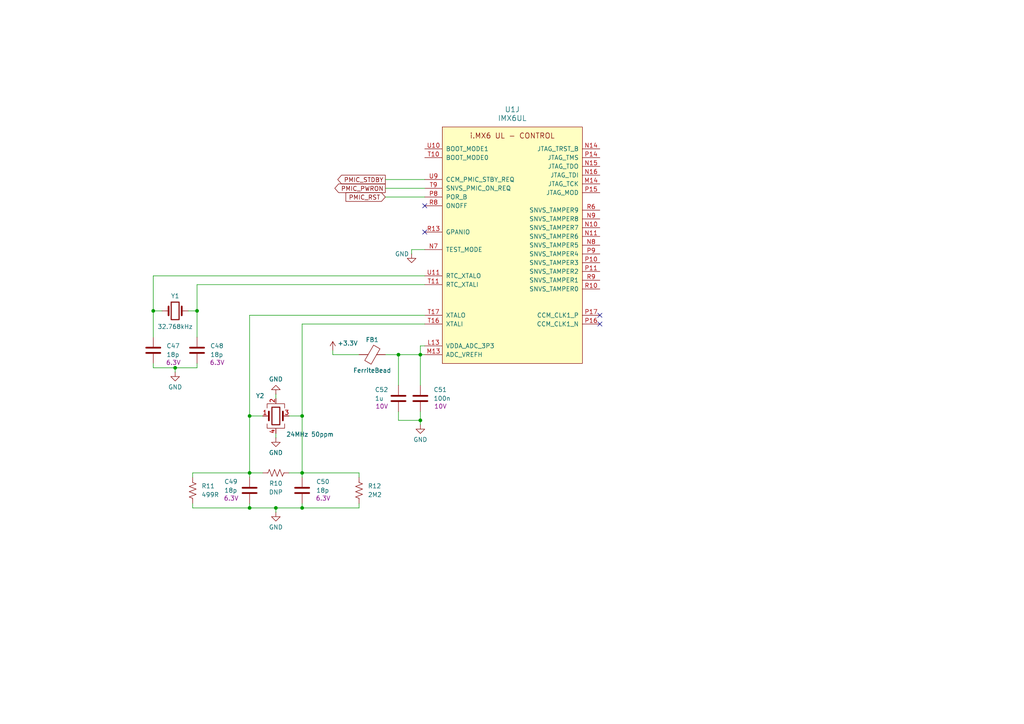
<source format=kicad_sch>
(kicad_sch (version 20231120) (generator "eeschema") (generator_version "8.0")
  (paper "A4")
  (lib_symbols
    (symbol "Device:C" (pin_numbers hide) (pin_names (offset 0.254))
      (property "Reference" "C" (at 0.635 2.54 0))
      (property "Value" "C" (at 0.635 -2.54 0))
      (symbol "C_0_1"
        (polyline (pts (xy -2.032 -0.762) (xy 2.032 -0.762)) (stroke (width 0.508)))
        (polyline (pts (xy -2.032 0.762) (xy 2.032 0.762)) (stroke (width 0.508)))
      )
      (symbol "C_1_1"
        (pin passive line (at 0 3.81 270) (length 2.794) (name "~") (number "1"))
        (pin passive line (at 0 -3.81 90) (length 2.794) (name "~") (number "2"))
      )
    )
    (symbol "Device:Crystal" (pin_numbers hide) (pin_names (offset 1.016) hide)
      (property "Reference" "Y" (at 0 3.81 0))
      (property "Value" "Crystal" (at 0 -3.81 0))
      (symbol "Crystal_0_1"
        (rectangle (start -1.143 2.54) (end 1.143 -2.54) (stroke (width 0.3048)))
        (polyline (pts (xy -2.54 0) (xy -1.905 0)))
        (polyline (pts (xy -1.905 -1.27) (xy -1.905 1.27)) (stroke (width 0.508)))
        (polyline (pts (xy 1.905 -1.27) (xy 1.905 1.27)) (stroke (width 0.508)))
        (polyline (pts (xy 2.54 0) (xy 1.905 0)))
      )
      (symbol "Crystal_1_1"
        (pin passive line (at -3.81 0 0) (length 1.27) (name "1") (number "1"))
        (pin passive line (at 3.81 0 180) (length 1.27) (name "2") (number "2"))
      )
    )
    (symbol "Device:Crystal_GND24" (pin_names (offset 1.016) hide)
      (property "Reference" "Y" (at 3.175 5.08 0))
      (property "Value" "Crystal_GND24" (at 3.175 3.175 0))
      (symbol "Crystal_GND24_0_1"
        (rectangle (start -1.143 2.54) (end 1.143 -2.54) (stroke (width 0.3048)))
        (polyline (pts (xy -2.54 0) (xy -2.032 0)))
        (polyline (pts (xy -2.032 -1.27) (xy -2.032 1.27)) (stroke (width 0.508)))
        (polyline (pts (xy 0 -3.81) (xy 0 -3.556)))
        (polyline (pts (xy 0 3.556) (xy 0 3.81)))
        (polyline (pts (xy 2.032 -1.27) (xy 2.032 1.27)) (stroke (width 0.508)))
        (polyline (pts (xy 2.032 0) (xy 2.54 0)))
        (polyline (pts (xy -2.54 -2.286) (xy -2.54 -3.556) (xy 2.54 -3.556) (xy 2.54 -2.286)))
        (polyline (pts (xy -2.54 2.286) (xy -2.54 3.556) (xy 2.54 3.556) (xy 2.54 2.286)))
      )
      (symbol "Crystal_GND24_1_1"
        (pin passive line (at -3.81 0 0) (length 1.27) (name "1") (number "1"))
        (pin passive line (at 0 5.08 270) (length 1.27) (name "2") (number "2"))
        (pin passive line (at 3.81 0 180) (length 1.27) (name "3") (number "3"))
        (pin passive line (at 0 -5.08 90) (length 1.27) (name "4") (number "4"))
      )
    )
    (symbol "Device:FerriteBead" (pin_numbers hide) (pin_names (offset 0))
      (property "Reference" "FB" (at -3.81 0.635 90))
      (property "Value" "FerriteBead" (at 3.81 0 90))
      (symbol "FerriteBead_0_1"
        (polyline (pts (xy 0 -1.27) (xy 0 -1.2192)))
        (polyline (pts (xy 0 1.27) (xy 0 1.2954)))
        (polyline (pts (xy -2.7686 0.4064) (xy -1.7018 2.2606) (xy 2.7686 -0.3048) (xy 1.6764 -2.159) (xy -2.7686 0.4064)))
      )
      (symbol "FerriteBead_1_1"
        (pin passive line (at 0 3.81 270) (length 2.54) (name "~") (number "1"))
        (pin passive line (at 0 -3.81 90) (length 2.54) (name "~") (number "2"))
      )
    )
    (symbol "Device:R_US" (pin_numbers hide) (pin_names (offset 0))
      (property "Reference" "R" (at 2.54 0 90))
      (property "Value" "R_US" (at -2.54 0 90))
      (symbol "R_US_0_1"
        (polyline (pts (xy 0 -2.286) (xy 0 -2.54)))
        (polyline (pts (xy 0 2.286) (xy 0 2.54)))
        (polyline (pts (xy 0 -0.762) (xy 1.016 -1.143) (xy 0 -1.524) (xy -1.016 -1.905) (xy 0 -2.286)))
        (polyline (pts (xy 0 0.762) (xy 1.016 0.381) (xy 0 0) (xy -1.016 -0.381) (xy 0 -0.762)))
        (polyline (pts (xy 0 2.286) (xy 1.016 1.905) (xy 0 1.524) (xy -1.016 1.143) (xy 0 0.762)))
      )
      (symbol "R_US_1_1"
        (pin passive line (at 0 3.81 270) (length 1.27) (name "~") (number "1"))
        (pin passive line (at 0 -3.81 90) (length 1.27) (name "~") (number "2"))
      )
    )
    (symbol "iMX6ULL_TestBoard:IMX6UL" (pin_names (offset 1.016))
      (property "Reference" "U" (at 0 5.08 0))
      (property "Value" "IMX6UL" (at 0 2.54 0))
      (symbol "IMX6UL_1_0"
        (rectangle (start -29.21 0) (end 29.21 -83.82) (fill (type background)))
        (rectangle (start -7.62 -8.89) (end 7.62 -13.97) (stroke (width 0.3048)))
        (rectangle (start -5.715 -78.105) (end 5.715 -81.915) (stroke (width 0.3048)))
        (rectangle (start -5.715 -55.245) (end 4.445 -59.055) (stroke (width 0.3048)))
        (rectangle (start -5.715 -48.895) (end 4.445 -52.705) (stroke (width 0.3048)))
        (polyline (pts (xy -14.605 -80.01) (xy -5.715 -80.01)) (stroke (width 0.3048)))
        (polyline (pts (xy -7.62 -11.43) (xy -15.24 -11.43)) (stroke (width 0.3048)))
        (polyline (pts (xy -5.715 -50.8) (xy -15.875 -50.8)) (stroke (width 0.3048)))
        (polyline (pts (xy 4.445 -57.15) (xy 17.78 -57.15)) (stroke (width 0.3048)))
        (polyline (pts (xy 4.445 -50.8) (xy 13.335 -50.8)) (stroke (width 0.3048)))
        (polyline (pts (xy 5.715 -80.01) (xy 13.335 -80.01)) (stroke (width 0.3048)))
        (polyline (pts (xy 7.62 -11.43) (xy 12.7 -11.43)) (stroke (width 0.3048)))
        (polyline (pts (xy -11.43 -50.8) (xy -11.43 -57.15) (xy -5.715 -57.15)) (stroke (width 0.3048)))
        (polyline (pts (xy 10.16 -11.43) (xy 10.16 -36.83) (xy 12.7 -36.83)) (stroke (width 0.3048)))
        (polyline (pts (xy -16.51 -3.81) (xy -15.24 -3.81) (xy -15.24 -19.05) (xy -16.51 -19.05)) (stroke (width 0.3048)))
        (polyline (pts (xy -7.62 -11.43) (xy -8.89 -12.065) (xy -8.89 -10.795) (xy -7.62 -11.43)) (stroke (width 0.3048)) (fill (type outline)))
        (polyline (pts (xy -6.985 -56.515) (xy -6.985 -57.785) (xy -5.715 -57.15) (xy -6.985 -56.515)) (stroke (width 0.3048)) (fill (type outline)))
        (polyline (pts (xy -5.715 -80.01) (xy -6.985 -80.645) (xy -6.985 -79.375) (xy -5.715 -80.01)) (stroke (width 0.3048)) (fill (type outline)))
        (polyline (pts (xy -5.715 -50.8) (xy -6.985 -50.165) (xy -6.985 -51.435) (xy -5.715 -50.8)) (stroke (width 0.3048)) (fill (type outline)))
        (polyline (pts (xy 13.335 -80.01) (xy 12.065 -79.375) (xy 12.065 -80.645) (xy 13.335 -80.01)) (stroke (width 0.3048)) (fill (type outline)))
        (polyline (pts (xy 13.335 -50.8) (xy 12.065 -51.435) (xy 12.065 -50.165) (xy 13.335 -50.8)) (stroke (width 0.3048)) (fill (type outline)))
        (polyline (pts (xy 13.97 -36.83) (xy 12.7 -37.465) (xy 12.7 -36.195) (xy 13.97 -36.83)) (stroke (width 0.3048)) (fill (type outline)))
        (polyline (pts (xy 13.97 -11.43) (xy 12.7 -12.065) (xy 12.7 -10.795) (xy 13.97 -11.43)) (stroke (width 0.3048)) (fill (type outline)))
        (polyline (pts (xy 15.24 -31.75) (xy 13.97 -31.75) (xy 13.97 -41.91) (xy 15.24 -41.91)) (stroke (width 0.3048)))
        (polyline (pts (xy 15.24 -3.81) (xy 13.97 -3.81) (xy 13.97 -29.21) (xy 15.24 -29.21)) (stroke (width 0.3048)))
        (polyline (pts (xy 17.78 -57.15) (xy 16.51 -56.515) (xy 16.51 -57.785) (xy 17.78 -57.15)) (stroke (width 0.3048)) (fill (type outline)))
        (polyline (pts (xy 14.605 -49.53) (xy 13.335 -49.53) (xy 13.335 -53.975) (xy 13.335 -54.61) (xy 14.605 -54.61)) (stroke (width 0.3048)))
        (text "i.MX6 UL - POWER" (at 0 -2.54 0) (effects (font (size 1.524 1.524))))
      )
      (symbol "IMX6UL_1_1"
        (text "LDO_1P1" (at -0.635 -57.15 0) (effects (font (size 1.27 1.27))))
        (text "LDO_2P5" (at -0.635 -50.8 0) (effects (font (size 1.27 1.27))))
        (text "LDO_ARM_SOC" (at 0 -11.43 0) (effects (font (size 1.27 1.27))))
        (text "LDO_SNVS" (at 0 -80.01 0) (effects (font (size 1.27 1.27))))
        (pin power_out line (at 34.29 -40.64 180) (length 5.08) (name "VDD_ARM_CAP") (number "G10"))
        (pin power_out line (at 34.29 -35.56 180) (length 5.08) (name "VDD_ARM_CAP") (number "G11"))
        (pin power_out line (at 34.29 -5.08 180) (length 5.08) (name "VDD_SOC_CAP") (number "G8"))
        (pin power_out line (at 34.29 -33.02 180) (length 5.08) (name "VDD_ARM_CAP") (number "G9"))
        (pin power_in line (at -34.29 -7.62 0) (length 5.08) (name "VDD_SOC_IN") (number "H10"))
        (pin power_out line (at 34.29 -38.1 180) (length 5.08) (name "VDD_ARM_CAP") (number "H11"))
        (pin power_out line (at 34.29 -17.78 180) (length 5.08) (name "VDD_SOC_CAP") (number "H8"))
        (pin power_in line (at -34.29 -5.08 0) (length 5.08) (name "VDD_SOC_IN") (number "H9"))
        (pin power_in line (at -34.29 -10.16 0) (length 5.08) (name "VDD_SOC_IN") (number "J10"))
        (pin power_out line (at 34.29 -12.7 180) (length 5.08) (name "VDD_SOC_CAP") (number "J11"))
        (pin power_out line (at 34.29 -20.32 180) (length 5.08) (name "VDD_SOC_CAP") (number "J8"))
        (pin power_in line (at -34.29 -15.24 0) (length 5.08) (name "VDD_SOC_IN") (number "J9"))
        (pin power_in line (at -34.29 -12.7 0) (length 5.08) (name "VDD_SOC_IN") (number "K10"))
        (pin power_out line (at 34.29 -15.24 180) (length 5.08) (name "VDD_SOC_CAP") (number "K11"))
        (pin power_out line (at 34.29 -22.86 180) (length 5.08) (name "VDD_SOC_CAP") (number "K8"))
        (pin power_in line (at -34.29 -17.78 0) (length 5.08) (name "VDD_SOC_IN") (number "K9"))
        (pin power_out line (at 34.29 -10.16 180) (length 5.08) (name "VDD_SOC_CAP") (number "L10"))
        (pin power_out line (at 34.29 -27.94 180) (length 5.08) (name "VDD_SOC_CAP") (number "L11"))
        (pin power_out line (at 34.29 -25.4 180) (length 5.08) (name "VDD_SOC_CAP") (number "L8"))
        (pin power_out line (at 34.29 -7.62 180) (length 5.08) (name "VDD_SOC_CAP") (number "L9"))
        (pin power_out line (at 34.29 -80.01 180) (length 5.08) (name "VDD_SNVS_CAP") (number "N12"))
        (pin power_in line (at -34.29 -50.8 0) (length 5.08) (name "VDD_HIGH_IN") (number "N13"))
        (pin power_in line (at -34.29 -80.01 0) (length 5.08) (name "VDD_SNVS_IN") (number "P12"))
        (pin power_out line (at 34.29 -57.15 180) (length 5.08) (name "NVCC_PLL") (number "P13"))
        (pin power_out line (at 34.29 -53.34 180) (length 5.08) (name "VDD_HIGH_CAP") (number "R14"))
        (pin power_out line (at 34.29 -50.8 180) (length 5.08) (name "VDD_HIGH_CAP") (number "R15"))
      )
      (symbol "IMX6UL_2_0"
        (rectangle (start -17.78 0) (end 17.78 -94.615) (fill (type background)))
        (text "i.MX6 UL - DDR" (at 0 -2.54 0) (effects (font (size 1.524 1.524))))
      )
      (symbol "IMX6UL_2_1"
        (pin input line (at 22.86 -8.89 180) (length 5.08) (name "DRAM_ODT1") (number "F1"))
        (pin input line (at 22.86 -36.83 180) (length 5.08) (name "DRAM_ADDR14") (number "G1"))
        (pin input line (at 22.86 -57.15 180) (length 5.08) (name "DRAM_ADDR06") (number "G2"))
        (pin input line (at -22.86 -6.35 0) (length 5.08) (name "DRAM_RESET") (number "G4"))
        (pin power_in line (at -22.86 -92.71 0) (length 5.08) (name "NVCC_DRAM") (number "G6"))
        (pin input line (at 22.86 -16.51 180) (length 5.08) (name "DRAM_SDBA1") (number "H1"))
        (pin input line (at 22.86 -69.85 180) (length 5.08) (name "DRAM_ADDR01") (number "H2"))
        (pin input line (at 22.86 -39.37 180) (length 5.08) (name "DRAM_ADDR13") (number "H3"))
        (pin input line (at 22.86 -54.61 180) (length 5.08) (name "DRAM_ADDR07") (number "H4"))
        (pin input line (at 22.86 -29.21 180) (length 5.08) (name "DRAM_CS1_B") (number "H5"))
        (pin power_in line (at -22.86 -90.17 0) (length 5.08) (name "NVCC_DRAM") (number "H6"))
        (pin input line (at 22.86 -26.67 180) (length 5.08) (name "DRAM_SDWE_B") (number "J1"))
        (pin input line (at 22.86 -24.13 180) (length 5.08) (name "DRAM_CAS_B") (number "J2"))
        (pin input line (at -22.86 -24.13 0) (length 5.08) (name "DRAM_SDCKE1") (number "J3"))
        (pin input line (at 22.86 -52.07 180) (length 5.08) (name "DRAM_ADDR08") (number "J4"))
        (pin power_in line (at -22.86 -80.01 0) (length 5.08) (name "NVCC_DRAM") (number "J6"))
        (pin input line (at 22.86 -67.31 180) (length 5.08) (name "DRAM_ADDR02") (number "K1"))
        (pin input line (at 22.86 -13.97 180) (length 5.08) (name "DRAM_SDBA2") (number "K2"))
        (pin input line (at 22.86 -44.45 180) (length 5.08) (name "DRAM_ADDR11") (number "K3"))
        (pin input line (at 22.86 -62.23 180) (length 5.08) (name "DRAM_ADDR04") (number "K4"))
        (pin input line (at 22.86 -34.29 180) (length 5.08) (name "DRAM_ADDR15") (number "K5"))
        (pin power_in line (at -22.86 -82.55 0) (length 5.08) (name "NVCC_DRAM") (number "K6"))
        (pin input line (at 22.86 -59.69 180) (length 5.08) (name "DRAM_ADDR05") (number "L1"))
        (pin input line (at 22.86 -49.53 180) (length 5.08) (name "DRAM_ADDR09") (number "L2"))
        (pin input line (at 22.86 -41.91 180) (length 5.08) (name "DRAM_ADDR12") (number "L4"))
        (pin input line (at 22.86 -72.39 180) (length 5.08) (name "DRAM_ADDR00") (number "L5"))
        (pin power_in line (at -22.86 -85.09 0) (length 5.08) (name "NVCC_DRAM") (number "L6"))
        (pin input line (at 22.86 -19.05 180) (length 5.08) (name "DRAM_SDBA0") (number "M1"))
        (pin input line (at 22.86 -64.77 180) (length 5.08) (name "DRAM_ADDR03") (number "M2"))
        (pin input line (at -22.86 -26.67 0) (length 5.08) (name "DRAM_SDCKE0") (number "M3"))
        (pin input line (at 22.86 -46.99 180) (length 5.08) (name "DRAM_ADDR10") (number "M4"))
        (pin input line (at 22.86 -21.59 180) (length 5.08) (name "DRAM_RAS_B") (number "M5"))
        (pin power_in line (at -22.86 -87.63 0) (length 5.08) (name "NVCC_DRAM") (number "M6"))
        (pin input line (at 22.86 -11.43 180) (length 5.08) (name "DRAM_ODT0") (number "N1"))
        (pin input line (at 22.86 -31.75 180) (length 5.08) (name "DRAM_CS0_B") (number "N2"))
        (pin input line (at 22.86 -6.35 180) (length 5.08) (name "DRAM_ZQPAD") (number "N4"))
        (pin power_in line (at 22.86 -80.01 180) (length 5.08) (name "NVCC_DRAM_2P5") (number "N6"))
        (pin input line (at -22.86 -19.05 0) (length 5.08) (name "DRAM_SDCLK0_P") (number "P1"))
        (pin input line (at -22.86 -21.59 0) (length 5.08) (name "DRAM_SDCLK0_N") (number "P2"))
        (pin input line (at -22.86 -39.37 0) (length 5.08) (name "DRAM_DATA13") (number "P3"))
        (pin input line (at 22.86 -90.17 180) (length 5.08) (name "DRAM_VREF") (number "P4"))
        (pin input line (at -22.86 -41.91 0) (length 5.08) (name "DRAM_DATA12") (number "P5"))
        (pin input line (at -22.86 -13.97 0) (length 5.08) (name "DRAM_SDQS0_P") (number "P6"))
        (pin input line (at -22.86 -16.51 0) (length 5.08) (name "DRAM_SDQS0_N") (number "P7"))
        (pin input line (at -22.86 -34.29 0) (length 5.08) (name "DRAM_DATA15") (number "R1"))
        (pin input line (at -22.86 -36.83 0) (length 5.08) (name "DRAM_DATA14") (number "R2"))
        (pin input line (at -22.86 -44.45 0) (length 5.08) (name "DRAM_DATA11") (number "R4"))
        (pin input line (at -22.86 -8.89 0) (length 5.08) (name "DRAM_SDQS1_P") (number "T1"))
        (pin input line (at -22.86 -11.43 0) (length 5.08) (name "DRAM_SDQS1_N") (number "T2"))
        (pin input line (at -22.86 -29.21 0) (length 5.08) (name "DRAM_DQM1") (number "T3"))
        (pin input line (at -22.86 -72.39 0) (length 5.08) (name "DRAM_DATA00") (number "T4"))
        (pin input line (at -22.86 -57.15 0) (length 5.08) (name "DRAM_DATA06") (number "T5"))
        (pin input line (at -22.86 -67.31 0) (length 5.08) (name "DRAM_DATA02") (number "T6"))
        (pin input line (at -22.86 -31.75 0) (length 5.08) (name "DRAM_DQM0") (number "T7"))
        (pin input line (at -22.86 -59.69 0) (length 5.08) (name "DRAM_DATA05") (number "T8"))
        (pin input line (at -22.86 -52.07 0) (length 5.08) (name "DRAM_DATA08") (number "U2"))
        (pin input line (at -22.86 -49.53 0) (length 5.08) (name "DRAM_DATA09") (number "U3"))
        (pin input line (at -22.86 -54.61 0) (length 5.08) (name "DRAM_DATA07") (number "U4"))
        (pin input line (at -22.86 -46.99 0) (length 5.08) (name "DRAM_DATA10") (number "U5"))
        (pin input line (at -22.86 -69.85 0) (length 5.08) (name "DRAM_DATA01") (number "U6"))
        (pin input line (at -22.86 -64.77 0) (length 5.08) (name "DRAM_DATA03") (number "U7"))
        (pin input line (at -22.86 -62.23 0) (length 5.08) (name "DRAM_DATA04") (number "U8"))
      )
      (symbol "IMX6UL_3_0"
        (rectangle (start -16.51 -34.29) (end 16.51 0) (fill (type background)))
        (text "i.MX6 UL - NAND" (at -1.27 -2.54 0) (effects (font (size 1.524 1.524))))
      )
      (symbol "IMX6UL_3_1"
        (pin input line (at -21.59 -16.51 0) (length 5.08) (name "NAND_READY_B") (number "A3"))
        (pin input line (at -21.59 -24.13 0) (length 5.08) (name "NAND_CLE") (number "A4"))
        (pin input line (at 21.59 -11.43 180) (length 5.08) (name "NAND_DATA07") (number "A5"))
        (pin input line (at 21.59 -13.97 180) (length 5.08) (name "NAND_DATA06") (number "A6"))
        (pin input line (at 21.59 -24.13 180) (length 5.08) (name "NAND_DATA02") (number "A7"))
        (pin input line (at -21.59 -31.75 0) (length 5.08) (name "NAND_ALE") (number "B4"))
        (pin input line (at -21.59 -26.67 0) (length 5.08) (name "NAND_CE1_B") (number "B5"))
        (pin input line (at 21.59 -16.51 180) (length 5.08) (name "NAND_DATA05") (number "B6"))
        (pin input line (at 21.59 -26.67 180) (length 5.08) (name "NAND_DATA01") (number "B7"))
        (pin input line (at -21.59 -29.21 0) (length 5.08) (name "NAND_CE0_B") (number "C5"))
        (pin input line (at 21.59 -19.05 180) (length 5.08) (name "NAND_DATA04") (number "C6"))
        (pin input line (at -21.59 -13.97 0) (length 5.08) (name "NAND_WE_B") (number "C8"))
        (pin input line (at -21.59 -11.43 0) (length 5.08) (name "NAND_WP_B") (number "D5"))
        (pin input line (at 21.59 -21.59 180) (length 5.08) (name "NAND_DATA03") (number "D6"))
        (pin input line (at 21.59 -29.21 180) (length 5.08) (name "NAND_DATA00") (number "D7"))
        (pin input line (at -21.59 -19.05 0) (length 5.08) (name "NAND_RE_B") (number "D8"))
        (pin input line (at -21.59 -21.59 0) (length 5.08) (name "NAND_DQS") (number "E6"))
        (pin power_in line (at -21.59 -6.35 0) (length 5.08) (name "NVCC_NAND") (number "E7"))
      )
      (symbol "IMX6UL_4_0"
        (rectangle (start 13.97 -38.1) (end -12.7 0) (fill (type background)))
        (text "i.MX6 UL - CSI" (at 0 -2.54 0) (effects (font (size 1.524 1.524))))
      )
      (symbol "IMX6UL_4_1"
        (pin input line (at 19.05 -6.35 180) (length 5.08) (name "CSI_DATA07") (number "D1"))
        (pin input line (at 19.05 -8.89 180) (length 5.08) (name "CSI_DATA06") (number "D2"))
        (pin input line (at 19.05 -11.43 180) (length 5.08) (name "CSI_DATA05") (number "D3"))
        (pin input line (at 19.05 -13.97 180) (length 5.08) (name "CSI_DATA04") (number "D4"))
        (pin input line (at 19.05 -16.51 180) (length 5.08) (name "CSI_DATA03") (number "E1"))
        (pin input line (at 19.05 -19.05 180) (length 5.08) (name "CSI_DATA02") (number "E2"))
        (pin input line (at 19.05 -21.59 180) (length 5.08) (name "CSI_DATA01") (number "E3"))
        (pin input line (at 19.05 -24.13 180) (length 5.08) (name "CSI_DATA00") (number "E4"))
        (pin input line (at 19.05 -31.75 180) (length 5.08) (name "CSI_PIXCLK") (number "E5"))
        (pin input line (at 19.05 -29.21 180) (length 5.08) (name "CSI_VSYNC") (number "F2"))
        (pin input line (at 19.05 -36.83 180) (length 5.08) (name "CSI_HSYNC") (number "F3"))
        (pin power_in line (at -17.78 -6.35 0) (length 5.08) (name "NVCC_CSI") (number "F4"))
        (pin input line (at 19.05 -34.29 180) (length 5.08) (name "CSI_MCLK") (number "F5"))
      )
      (symbol "IMX6UL_5_0"
        (rectangle (start 12.7 -31.75) (end -12.7 0) (fill (type background)))
        (text "i.MX6 UL - GPIO" (at 0 -2.54 0) (effects (font (size 1.524 1.524))))
      )
      (symbol "IMX6UL_5_1"
        (pin power_in line (at -17.78 -6.35 0) (length 5.08) (name "NVCC_GPIO") (number "J13"))
        (pin input line (at 17.78 -29.21 180) (length 5.08) (name "GPIO1_IO00") (number "K13"))
        (pin input line (at 17.78 -13.97 180) (length 5.08) (name "GPIO1_IO06") (number "K17"))
        (pin input line (at 17.78 -24.13 180) (length 5.08) (name "GPIO1_IO02") (number "L14"))
        (pin input line (at 17.78 -26.67 180) (length 5.08) (name "GPIO1_IO01") (number "L15"))
        (pin input line (at 17.78 -11.43 180) (length 5.08) (name "GPIO1_IO07") (number "L16"))
        (pin input line (at 17.78 -21.59 180) (length 5.08) (name "GPIO1_IO03") (number "L17"))
        (pin input line (at 17.78 -6.35 180) (length 5.08) (name "GPIO1_IO09") (number "M15"))
        (pin input line (at 17.78 -19.05 180) (length 5.08) (name "GPIO1_IO04") (number "M16"))
        (pin input line (at 17.78 -16.51 180) (length 5.08) (name "GPIO1_IO05") (number "M17"))
        (pin input line (at 17.78 -8.89 180) (length 5.08) (name "GPIO1_IO08") (number "N17"))
      )
      (symbol "IMX6UL_6_0"
        (rectangle (start 16.51 -46.99) (end -16.51 0) (fill (type background)))
        (text "i.MX6 UL - LCD" (at 0 -2.54 0) (effects (font (size 1.524 1.524))))
      )
      (symbol "IMX6UL_6_1"
        (pin input line (at -21.59 -29.21 0) (length 5.08) (name "LCD_DATA06") (number "A10"))
        (pin input line (at 21.59 -41.91 180) (length 5.08) (name "LCD_DATA09") (number "A11"))
        (pin input line (at 21.59 -29.21 180) (length 5.08) (name "LCD_DATA14") (number "A12"))
        (pin input line (at 21.59 -19.05 180) (length 5.08) (name "LCD_DATA18") (number "A13"))
        (pin input line (at 21.59 -8.89 180) (length 5.08) (name "LCD_DATA22") (number "A14"))
        (pin input line (at -21.59 -11.43 0) (length 5.08) (name "LCD_CLK") (number "A8"))
        (pin input line (at -21.59 -41.91 0) (length 5.08) (name "LCD_DATA01") (number "A9"))
        (pin input line (at -21.59 -31.75 0) (length 5.08) (name "LCD_DATA05") (number "B10"))
        (pin input line (at 21.59 -44.45 180) (length 5.08) (name "LCD_DATA08") (number "B11"))
        (pin input line (at 21.59 -31.75 180) (length 5.08) (name "LCD_DATA13") (number "B12"))
        (pin input line (at 21.59 -21.59 180) (length 5.08) (name "LCD_DATA17") (number "B13"))
        (pin input line (at 21.59 -11.43 180) (length 5.08) (name "LCD_DATA21") (number "B14"))
        (pin input line (at 21.59 -6.35 180) (length 5.08) (name "LCD_DATA23") (number "B16"))
        (pin input line (at -21.59 -16.51 0) (length 5.08) (name "LCD_ENABLE") (number "B8"))
        (pin input line (at -21.59 -44.45 0) (length 5.08) (name "LCD_DATA00") (number "B9"))
        (pin input line (at -21.59 -34.29 0) (length 5.08) (name "LCD_DATA04") (number "C10"))
        (pin input line (at 21.59 -34.29 180) (length 5.08) (name "LCD_DATA12") (number "C12"))
        (pin input line (at 21.59 -24.13 180) (length 5.08) (name "LCD_DATA16") (number "C13"))
        (pin input line (at 21.59 -13.97 180) (length 5.08) (name "LCD_DATA20") (number "C14"))
        (pin input line (at -21.59 -19.05 0) (length 5.08) (name "LCD_VSYNC") (number "C9"))
        (pin input line (at -21.59 -36.83 0) (length 5.08) (name "LCD_DATA03") (number "D10"))
        (pin input line (at -21.59 -26.67 0) (length 5.08) (name "LCD_DATA07") (number "D11"))
        (pin input line (at 21.59 -36.83 180) (length 5.08) (name "LCD_DATA11") (number "D12"))
        (pin input line (at 21.59 -26.67 180) (length 5.08) (name "LCD_DATA15") (number "D13"))
        (pin input line (at 21.59 -16.51 180) (length 5.08) (name "LCD_DATA19") (number "D14"))
        (pin input line (at -21.59 -21.59 0) (length 5.08) (name "LCD_HSYNC") (number "D9"))
        (pin input line (at -21.59 -39.37 0) (length 5.08) (name "LCD_DATA02") (number "E10"))
        (pin input line (at 21.59 -39.37 180) (length 5.08) (name "LCD_DATA10") (number "E12"))
        (pin power_in line (at -21.59 -6.35 0) (length 5.08) (name "NVCC_LCD") (number "E13"))
        (pin input line (at -21.59 -13.97 0) (length 5.08) (name "LCD_RESET") (number "E9"))
      )
      (symbol "IMX6UL_7_0"
        (rectangle (start -12.7 -24.13) (end -2.54 -29.21) (stroke (width 0.3048)))
        (rectangle (start 15.24 0) (end -13.97 -30.48) (fill (type background)))
        (text "i.MX6 UL - USB" (at 0 -2.54 0) (effects (font (size 1.524 1.524))))
      )
      (symbol "IMX6UL_7_1"
        (polyline (pts (xy -10.16 -17.78) (xy -10.16 -24.13)) (stroke (width 0.3048)))
        (polyline (pts (xy -10.16 -8.255) (xy -10.16 -15.24)) (stroke (width 0.3048)))
        (polyline (pts (xy -7.62 -18.415) (xy -7.62 -24.13)) (stroke (width 0.3048)))
        (polyline (pts (xy -2.54 -26.67) (xy 0 -26.67)) (stroke (width 0.3048)))
        (polyline (pts (xy -10.16 -24.13) (xy -9.525 -22.86) (xy -10.795 -22.86) (xy -10.16 -24.13)) (stroke (width 0.3048)) (fill (type outline)))
        (polyline (pts (xy -7.62 -24.13) (xy -6.985 -22.86) (xy -8.255 -22.86) (xy -7.62 -24.13)) (stroke (width 0.3048)) (fill (type outline)))
        (polyline (pts (xy 0.635 -26.67) (xy -0.635 -27.305) (xy -0.635 -26.035) (xy 0.635 -26.67)) (stroke (width 0.3048)) (fill (type outline)))
        (text "LDO_USB" (at -7.62 -26.67 0) (effects (font (size 1.27 1.27))))
        (pin power_out line (at 20.32 -26.67 180) (length 5.08) (name "VDD_USB_CAP") (number "R12"))
        (pin power_in line (at -19.05 -6.35 0) (length 5.08) (name "USB_OTG1_VBUS") (number "T12"))
        (pin input line (at 20.32 -19.05 180) (length 5.08) (name "USB_OTG2_DN") (number "T13"))
        (pin input line (at 20.32 -11.43 180) (length 5.08) (name "USB_OTG1_DN") (number "T15"))
        (pin power_in line (at -19.05 -16.51 0) (length 5.08) (name "USB_OTG2_VBUS") (number "U12"))
        (pin input line (at 20.32 -21.59 180) (length 5.08) (name "USB_OTG2_DP") (number "U13"))
        (pin input line (at 20.32 -13.97 180) (length 5.08) (name "USB_OTG1_DP") (number "U15"))
        (pin input line (at 20.32 -8.89 180) (length 5.08) (name "USB_OTG1_CHD_B") (number "U16"))
      )
      (symbol "IMX6UL_8_0"
        (rectangle (start 12.7 -20.32) (end -12.7 0) (fill (type background)))
        (text "i.MX6 UL - SD" (at 0 -2.54 0) (effects (font (size 1.524 1.524))))
      )
      (symbol "IMX6UL_8_1"
        (pin input line (at 17.78 -5.08 180) (length 5.08) (name "SD1_DATA3") (number "A2"))
        (pin input line (at 17.78 -7.62 180) (length 5.08) (name "SD1_DATA2") (number "B1"))
        (pin input line (at 17.78 -10.16 180) (length 5.08) (name "SD1_DATA1") (number "B2"))
        (pin input line (at 17.78 -12.7 180) (length 5.08) (name "SD1_DATA0") (number "B3"))
        (pin input line (at 17.78 -17.78 180) (length 5.08) (name "SD1_CLK") (number "C1"))
        (pin input line (at 17.78 -15.24 180) (length 5.08) (name "SD1_CMD") (number "C2"))
        (pin power_in line (at -17.78 -5.08 0) (length 5.08) (name "NVCC_SD1") (number "C4"))
      )
      (symbol "IMX6UL_9_0"
        (rectangle (start -17.78 -31.75) (end 17.78 0) (fill (type background)))
        (text "i.MX6 UL - ETHERNET" (at 0 -2.54 0) (effects (font (size 1.524 1.524))))
      )
      (symbol "IMX6UL_9_1"
        (pin input line (at 22.86 -16.51 180) (length 5.08) (name "ENET2_TX_DATA0") (number "A15"))
        (pin input line (at 22.86 -13.97 180) (length 5.08) (name "ENET2_TX_DATA1") (number "A16"))
        (pin input line (at 22.86 -11.43 180) (length 5.08) (name "ENET2_TX_EN") (number "B15"))
        (pin input line (at 22.86 -24.13 180) (length 5.08) (name "ENET2_RX_EN") (number "B17"))
        (pin input line (at 22.86 -26.67 180) (length 5.08) (name "ENET2_RX_DATA1") (number "C16"))
        (pin input line (at 22.86 -29.21 180) (length 5.08) (name "ENET2_RX_DATA0") (number "C17"))
        (pin input line (at -22.86 -21.59 0) (length 5.08) (name "ENET1_RX_ER") (number "D15"))
        (pin input line (at 22.86 -21.59 180) (length 5.08) (name "ENET2_RX_ER") (number "D16"))
        (pin input line (at 22.86 -19.05 180) (length 5.08) (name "ENET2_TX_CLK") (number "D17"))
        (pin input line (at -22.86 -13.97 0) (length 5.08) (name "ENET1_TX_DATA1") (number "E14"))
        (pin input line (at -22.86 -16.51 0) (length 5.08) (name "ENET1_TX_DATA0") (number "E15"))
        (pin input line (at -22.86 -24.13 0) (length 5.08) (name "ENET1_RX_EN") (number "E16"))
        (pin input line (at -22.86 -26.67 0) (length 5.08) (name "ENET1_RX_DATA1") (number "E17"))
        (pin power_in line (at -22.86 -6.35 0) (length 5.08) (name "NVCC_ENET") (number "F13"))
        (pin input line (at -22.86 -19.05 0) (length 5.08) (name "ENET1_TX_CLK") (number "F14"))
        (pin input line (at -22.86 -11.43 0) (length 5.08) (name "ENET1_TX_EN") (number "F15"))
        (pin input line (at -22.86 -29.21 0) (length 5.08) (name "ENET1_RX_DATA0") (number "F16"))
      )
      (symbol "IMX6UL_10_0"
        (rectangle (start -20.32 0) (end 20.32 -68.58) (fill (type background)))
        (text "i.MX6 UL - CONTROL" (at 0 -2.54 0) (effects (font (size 1.524 1.524))))
      )
      (symbol "IMX6UL_10_1"
        (pin power_in line (at -25.4 -63.5 0) (length 5.08) (name "VDDA_ADC_3P3") (number "L13"))
        (pin power_in line (at -25.4 -66.04 0) (length 5.08) (name "ADC_VREFH") (number "M13"))
        (pin input line (at 25.4 -16.51 180) (length 5.08) (name "JTAG_TCK") (number "M14"))
        (pin input line (at 25.4 -29.21 180) (length 5.08) (name "SNVS_TAMPER7") (number "N10"))
        (pin input line (at 25.4 -31.75 180) (length 5.08) (name "SNVS_TAMPER6") (number "N11"))
        (pin input line (at 25.4 -6.35 180) (length 5.08) (name "JTAG_TRST_B") (number "N14"))
        (pin input line (at 25.4 -11.43 180) (length 5.08) (name "JTAG_TDO") (number "N15"))
        (pin input line (at 25.4 -13.97 180) (length 5.08) (name "JTAG_TDI") (number "N16"))
        (pin input line (at -25.4 -35.56 0) (length 5.08) (name "TEST_MODE") (number "N7"))
        (pin input line (at 25.4 -34.29 180) (length 5.08) (name "SNVS_TAMPER5") (number "N8"))
        (pin input line (at 25.4 -26.67 180) (length 5.08) (name "SNVS_TAMPER8") (number "N9"))
        (pin input line (at 25.4 -39.37 180) (length 5.08) (name "SNVS_TAMPER3") (number "P10"))
        (pin input line (at 25.4 -41.91 180) (length 5.08) (name "SNVS_TAMPER2") (number "P11"))
        (pin input line (at 25.4 -8.89 180) (length 5.08) (name "JTAG_TMS") (number "P14"))
        (pin input line (at 25.4 -19.05 180) (length 5.08) (name "JTAG_MOD") (number "P15"))
        (pin bidirectional line (at 25.4 -57.15 180) (length 5.08) (name "CCM_CLK1_N") (number "P16"))
        (pin bidirectional line (at 25.4 -54.61 180) (length 5.08) (name "CCM_CLK1_P") (number "P17"))
        (pin input line (at -25.4 -20.32 0) (length 5.08) (name "POR_B") (number "P8"))
        (pin input line (at 25.4 -36.83 180) (length 5.08) (name "SNVS_TAMPER4") (number "P9"))
        (pin input line (at 25.4 -46.99 180) (length 5.08) (name "SNVS_TAMPER0") (number "R10"))
        (pin input line (at -25.4 -30.48 0) (length 5.08) (name "GPANIO") (number "R13"))
        (pin input line (at 25.4 -24.13 180) (length 5.08) (name "SNVS_TAMPER9") (number "R6"))
        (pin input line (at -25.4 -22.86 0) (length 5.08) (name "ONOFF") (number "R8"))
        (pin input line (at 25.4 -44.45 180) (length 5.08) (name "SNVS_TAMPER1") (number "R9"))
        (pin input line (at -25.4 -8.89 0) (length 5.08) (name "BOOT_MODE0") (number "T10"))
        (pin input line (at -25.4 -45.72 0) (length 5.08) (name "RTC_XTALI") (number "T11"))
        (pin input line (at -25.4 -57.15 0) (length 5.08) (name "XTALI") (number "T16"))
        (pin input line (at -25.4 -54.61 0) (length 5.08) (name "XTALO") (number "T17"))
        (pin input line (at -25.4 -17.78 0) (length 5.08) (name "SNVS_PMIC_ON_REQ") (number "T9"))
        (pin input line (at -25.4 -6.35 0) (length 5.08) (name "BOOT_MODE1") (number "U10"))
        (pin input line (at -25.4 -43.18 0) (length 5.08) (name "RTC_XTALO") (number "U11"))
        (pin input line (at -25.4 -15.24 0) (length 5.08) (name "CCM_PMIC_STBY_REQ") (number "U9"))
      )
      (symbol "IMX6UL_11_0"
        (rectangle (start -17.78 0) (end 16.51 -57.15) (fill (type background)))
        (text "i.MX6 UL - UART" (at 0 -2.54 0) (effects (font (size 1.524 1.524))))
      )
      (symbol "IMX6UL_11_1"
        (pin input line (at 21.59 -54.61 180) (length 5.08) (name "UART5_TX_DATA") (number "F17"))
        (pin input line (at 21.59 -52.07 180) (length 5.08) (name "UART5_RX_DATA") (number "G13"))
        (pin input line (at 21.59 -34.29 180) (length 5.08) (name "UART3_RTS_B") (number "G14"))
        (pin input line (at 21.59 -44.45 180) (length 5.08) (name "UART4_RX_DATA") (number "G16"))
        (pin input line (at 21.59 -46.99 180) (length 5.08) (name "UART4_TX_DATA") (number "G17"))
        (pin power_in line (at -22.86 -6.35 0) (length 5.08) (name "NVCC_UART") (number "H13"))
        (pin input line (at 21.59 -21.59 180) (length 5.08) (name "UART2_RTS_B") (number "H14"))
        (pin input line (at 21.59 -31.75 180) (length 5.08) (name "UART3_CTS_B") (number "H15"))
        (pin input line (at 21.59 -36.83 180) (length 5.08) (name "UART3_RX_DATA") (number "H16"))
        (pin input line (at 21.59 -39.37 180) (length 5.08) (name "UART3_TX_DATA") (number "H17"))
        (pin input line (at 21.59 -8.89 180) (length 5.08) (name "UART1_RTS_B") (number "J14"))
        (pin input line (at 21.59 -19.05 180) (length 5.08) (name "UART2_CTS_B") (number "J15"))
        (pin input line (at 21.59 -24.13 180) (length 5.08) (name "UART2_RX_DATA") (number "J16"))
        (pin input line (at 21.59 -26.67 180) (length 5.08) (name "UART2_TX_DATA") (number "J17"))
        (pin input line (at 21.59 -13.97 180) (length 5.08) (name "UART1_TX_DATA") (number "K14"))
        (pin input line (at 21.59 -6.35 180) (length 5.08) (name "UART1_CTS_B") (number "K15"))
        (pin input line (at 21.59 -11.43 180) (length 5.08) (name "UART1_RX_DATA") (number "K16"))
      )
      (symbol "IMX6UL_12_0"
        (rectangle (start -17.78 0) (end 16.51 -66.04) (fill (type background)))
        (text "i.MX6 UL - GND" (at 0 -2.54 0) (effects (font (size 1.524 1.524))))
      )
      (symbol "IMX6UL_12_1"
        (pin power_in line (at -22.86 -5.08 0) (length 5.08) (name "VSS") (number "A1"))
        (pin power_in line (at 21.59 -58.42 180) (length 5.08) (name "VSS") (number "A17"))
        (pin power_in line (at -22.86 -30.48 0) (length 5.08) (name "VSS") (number "C11"))
        (pin power_in line (at 21.59 -25.4 180) (length 5.08) (name "VSS") (number "C15"))
        (pin power_in line (at -22.86 -35.56 0) (length 5.08) (name "VSS") (number "C3"))
        (pin power_in line (at 21.59 -12.7 180) (length 5.08) (name "VSS") (number "C7"))
        (pin power_in line (at 21.59 -30.48 180) (length 5.08) (name "VSS") (number "E11"))
        (pin power_in line (at 21.59 -7.62 180) (length 5.08) (name "VSS") (number "E8"))
        (pin power_in line (at -22.86 -55.88 0) (length 5.08) (name "VSS") (number "F10"))
        (pin power_in line (at 21.59 -33.02 180) (length 5.08) (name "VSS") (number "F11"))
        (pin power_in line (at 21.59 -40.64 180) (length 5.08) (name "VSS") (number "F12"))
        (pin power_in line (at -22.86 -63.5 0) (length 5.08) (name "VSS") (number "F6"))
        (pin power_in line (at -22.86 -7.62 0) (length 5.08) (name "VSS") (number "F7"))
        (pin power_in line (at 21.59 -10.16 180) (length 5.08) (name "VSS") (number "F8"))
        (pin power_in line (at 21.59 -17.78 180) (length 5.08) (name "VSS") (number "F9"))
        (pin power_in line (at 21.59 -43.18 180) (length 5.08) (name "VSS") (number "G12"))
        (pin power_in line (at 21.59 -27.94 180) (length 5.08) (name "VSS") (number "G15"))
        (pin power_in line (at -22.86 -38.1 0) (length 5.08) (name "VSS") (number "G3"))
        (pin power_in line (at -22.86 -48.26 0) (length 5.08) (name "VSS") (number "G5"))
        (pin power_in line (at -22.86 -10.16 0) (length 5.08) (name "VSS") (number "G7"))
        (pin power_in line (at 21.59 -48.26 180) (length 5.08) (name "VSS") (number "H12"))
        (pin power_in line (at -22.86 -12.7 0) (length 5.08) (name "VSS") (number "H7"))
        (pin power_in line (at 21.59 -45.72 180) (length 5.08) (name "VSS") (number "J12"))
        (pin power_in line (at -22.86 -50.8 0) (length 5.08) (name "VSS") (number "J5"))
        (pin power_in line (at -22.86 -15.24 0) (length 5.08) (name "VSS") (number "J7"))
        (pin power_in line (at 21.59 -50.8 180) (length 5.08) (name "VSS") (number "K12"))
        (pin power_in line (at -22.86 -17.78 0) (length 5.08) (name "VSS") (number "K7"))
        (pin power_in line (at 21.59 -53.34 180) (length 5.08) (name "VSS") (number "L12"))
        (pin power_in line (at -22.86 -40.64 0) (length 5.08) (name "VSS") (number "L3"))
        (pin power_in line (at -22.86 -20.32 0) (length 5.08) (name "VSS") (number "L7"))
        (pin power_in line (at -22.86 -27.94 0) (length 5.08) (name "VSS") (number "M10"))
        (pin power_in line (at 21.59 -35.56 180) (length 5.08) (name "VSS") (number "M11"))
        (pin power_in line (at 21.59 -63.5 180) (length 5.08) (name "NGND_KEL0") (number "M12"))
        (pin power_in line (at -22.86 -22.86 0) (length 5.08) (name "VSS") (number "M7"))
        (pin power_in line (at 21.59 -15.24 180) (length 5.08) (name "VSS") (number "M8"))
        (pin power_in line (at -22.86 -53.34 0) (length 5.08) (name "VSS") (number "M9"))
        (pin power_in line (at -22.86 -43.18 0) (length 5.08) (name "VSS") (number "N3"))
        (pin power_in line (at -22.86 -58.42 0) (length 5.08) (name "VSS") (number "N5"))
        (pin power_in line (at 21.59 -38.1 180) (length 5.08) (name "VSS") (number "R11"))
        (pin power_in line (at 21.59 -55.88 180) (length 5.08) (name "VSS") (number "R16"))
        (pin power_in line (at 21.59 -5.08 180) (length 5.08) (name "VSS") (number "R17"))
        (pin power_in line (at -22.86 -45.72 0) (length 5.08) (name "VSS") (number "R3"))
        (pin power_in line (at -22.86 -60.96 0) (length 5.08) (name "VSS") (number "R5"))
        (pin power_in line (at -22.86 -25.4 0) (length 5.08) (name "VSS") (number "R7"))
        (pin power_in line (at 21.59 -20.32 180) (length 5.08) (name "VSS") (number "T14"))
        (pin power_in line (at -22.86 -33.02 0) (length 5.08) (name "VSS") (number "U1"))
        (pin power_in line (at 21.59 -22.86 180) (length 5.08) (name "VSS") (number "U14"))
        (pin power_in line (at 21.59 -60.96 180) (length 5.08) (name "VSS") (number "U17"))
      )
    )
    (symbol "power:+3.3V" (power) (pin_numbers hide) (pin_names (offset 0) hide)
      (property "Value" "+3.3V" (at 0 3.556 0))
      (symbol "+3.3V_0_1"
        (polyline (pts (xy -0.762 1.27) (xy 0 2.54)))
        (polyline (pts (xy 0 0) (xy 0 2.54)))
        (polyline (pts (xy 0 2.54) (xy 0.762 1.27)))
      )
      (symbol "+3.3V_1_1"
        (pin power_in line (at 0 0 90) (length 0) (name "~") (number "1"))
      )
    )
    (symbol "power:GND" (power) (pin_numbers hide) (pin_names (offset 0) hide)
      (property "Value" "GND" (at 0 -3.81 0))
      (symbol "GND_0_1"
        (polyline (pts (xy 0 0) (xy 0 -1.27) (xy 1.27 -1.27) (xy 0 -2.54) (xy -1.27 -1.27) (xy 0 -1.27)))
      )
      (symbol "GND_1_1"
        (pin power_in line (at 0 0 270) (length 0) (name "~") (number "1"))
      )
    )
  )
  (junction (at 87.63 147.32))
  (junction (at 115.57 102.87))
  (junction (at 87.63 137.16))
  (junction (at 57.15 90.17))
  (junction (at 72.39 120.65))
  (junction (at 44.45 90.17))
  (junction (at 121.92 102.87))
  (junction (at 72.39 147.32))
  (junction (at 80.01 147.32))
  (junction (at 87.63 120.65))
  (junction (at 121.92 121.92))
  (junction (at 72.39 137.16))
  (junction (at 50.8 106.68))
  (no_connect (at 123.19 59.69))
  (no_connect (at 173.99 93.98))
  (no_connect (at 173.99 91.44))
  (no_connect (at 123.19 67.31))
  (wire (pts (xy 44.45 106.68) (xy 50.8 106.68)))
  (wire (pts (xy 80.01 114.3) (xy 80.01 115.57)))
  (wire (pts (xy 50.8 106.68) (xy 50.8 107.95)))
  (wire (pts (xy 87.63 137.16) (xy 87.63 138.43)))
  (wire (pts (xy 104.14 147.32) (xy 87.63 147.32)))
  (wire (pts (xy 44.45 90.17) (xy 46.99 90.17)))
  (wire (pts (xy 104.14 138.43) (xy 104.14 137.16)))
  (wire (pts (xy 119.38 72.39) (xy 123.19 72.39)))
  (wire (pts (xy 72.39 91.44) (xy 72.39 120.65)))
  (wire (pts (xy 55.88 137.16) (xy 72.39 137.16)))
  (wire (pts (xy 72.39 146.05) (xy 72.39 147.32)))
  (wire (pts (xy 87.63 120.65) (xy 87.63 137.16)))
  (wire (pts (xy 104.14 137.16) (xy 87.63 137.16)))
  (wire (pts (xy 55.88 147.32) (xy 72.39 147.32)))
  (wire (pts (xy 121.92 121.92) (xy 121.92 123.19)))
  (wire (pts (xy 115.57 119.38) (xy 115.57 121.92)))
  (wire (pts (xy 111.76 52.07) (xy 123.19 52.07)))
  (wire (pts (xy 55.88 146.05) (xy 55.88 147.32)))
  (wire (pts (xy 57.15 82.55) (xy 123.19 82.55)))
  (wire (pts (xy 57.15 106.68) (xy 57.15 105.41)))
  (wire (pts (xy 83.82 137.16) (xy 87.63 137.16)))
  (wire (pts (xy 121.92 102.87) (xy 123.19 102.87)))
  (wire (pts (xy 121.92 119.38) (xy 121.92 121.92)))
  (wire (pts (xy 96.52 102.87) (xy 104.14 102.87)))
  (wire (pts (xy 111.76 102.87) (xy 115.57 102.87)))
  (wire (pts (xy 57.15 90.17) (xy 57.15 97.79)))
  (wire (pts (xy 44.45 90.17) (xy 44.45 97.79)))
  (wire (pts (xy 87.63 93.98) (xy 123.19 93.98)))
  (wire (pts (xy 104.14 146.05) (xy 104.14 147.32)))
  (wire (pts (xy 115.57 121.92) (xy 121.92 121.92)))
  (wire (pts (xy 121.92 102.87) (xy 121.92 111.76)))
  (wire (pts (xy 44.45 80.01) (xy 123.19 80.01)))
  (wire (pts (xy 111.76 57.15) (xy 123.19 57.15)))
  (wire (pts (xy 72.39 91.44) (xy 123.19 91.44)))
  (wire (pts (xy 54.61 90.17) (xy 57.15 90.17)))
  (wire (pts (xy 80.01 147.32) (xy 87.63 147.32)))
  (wire (pts (xy 115.57 102.87) (xy 121.92 102.87)))
  (wire (pts (xy 80.01 147.32) (xy 80.01 148.59)))
  (wire (pts (xy 80.01 125.73) (xy 80.01 127)))
  (wire (pts (xy 119.38 73.66) (xy 119.38 72.39)))
  (wire (pts (xy 44.45 80.01) (xy 44.45 90.17)))
  (wire (pts (xy 55.88 138.43) (xy 55.88 137.16)))
  (wire (pts (xy 121.92 100.33) (xy 121.92 102.87)))
  (wire (pts (xy 72.39 120.65) (xy 76.2 120.65)))
  (wire (pts (xy 87.63 147.32) (xy 87.63 146.05)))
  (wire (pts (xy 123.19 100.33) (xy 121.92 100.33)))
  (wire (pts (xy 115.57 102.87) (xy 115.57 111.76)))
  (wire (pts (xy 72.39 137.16) (xy 76.2 137.16)))
  (wire (pts (xy 83.82 120.65) (xy 87.63 120.65)))
  (wire (pts (xy 111.76 54.61) (xy 123.19 54.61)))
  (wire (pts (xy 96.52 101.6) (xy 96.52 102.87)))
  (wire (pts (xy 50.8 106.68) (xy 57.15 106.68)))
  (wire (pts (xy 57.15 82.55) (xy 57.15 90.17)))
  (wire (pts (xy 72.39 147.32) (xy 80.01 147.32)))
  (wire (pts (xy 72.39 138.43) (xy 72.39 137.16)))
  (wire (pts (xy 44.45 105.41) (xy 44.45 106.68)))
  (wire (pts (xy 72.39 137.16) (xy 72.39 120.65)))
  (wire (pts (xy 87.63 93.98) (xy 87.63 120.65)))
  (global_label "PMIC_STDBY" (shape output) (at 111.76 52.07 180) (property "Intersheetrefs" "${INTERSHEET_REFS}" (effects (hide yes))))
  (global_label "PMIC_RST" (shape input) (at 111.76 57.15 180) (property "Intersheetrefs" "${INTERSHEET_REFS}" (effects (hide yes))))
  (global_label "PMIC_PWRON" (shape output) (at 111.76 54.61 180) (property "Intersheetrefs" "${INTERSHEET_REFS}" (effects (hide yes))))
  (symbol (lib_id "iMX6ULL_TestBoard:IMX6UL") (at 148.59 36.83 0) (unit 10)
    (property "Reference" "U1" (at 148.59 31.75 0) (effects (font (size 1.524 1.524))))
    (property "Value" "IMX6UL" (at 148.59 34.29 0) (effects (font (size 1.524 1.524))))
  )
  (symbol (lib_id "Device:C") (at 72.39 142.24 0) (unit 1)
    (property "Reference" "C49" (at 65.024 139.7 0) (effects (justify left)))
    (property "Value" "18p" (at 65.024 142.24 0) (effects (justify left)))
    (property "Description" "Unpolarized capacitor" (effects (hide yes)))
    (property "Voltaje" "6.3V" (at 67.056 144.5261 0))
  )
  (symbol (lib_id "power:GND") (at 119.38 73.66 0) (unit 1)
    (property "Reference" "#PWR041" (effects (hide yes)))
    (property "Value" "GND" (at 116.586 73.66 0))
    (property "Description" "Power symbol creates a global label with name \"GND\" , ground" (effects (hide yes)))
  )
  (symbol (lib_id "Device:R_US") (at 104.14 142.24 0) (unit 1)
    (property "Reference" "R12" (at 106.68 140.9699 0) (effects (justify left)))
    (property "Value" "2M2" (at 106.68 143.5099 0) (effects (justify left)))
    (property "Description" "Resistor, US symbol" (effects (hide yes)))
  )
  (symbol (lib_id "Device:Crystal_GND24") (at 80.01 120.65 0) (unit 1)
    (property "Reference" "Y2" (at 75.438 114.808 0))
    (property "Value" "24MHz 50ppm" (at 89.916 125.984 0))
    (property "Description" "Four pin crystal, GND on pins 2 and 4" (effects (hide yes)))
  )
  (symbol (lib_id "Device:C") (at 87.63 142.24 0) (unit 1)
    (property "Reference" "C50" (at 91.694 139.7 0) (effects (justify left)))
    (property "Value" "18p" (at 91.694 142.24 0) (effects (justify left)))
    (property "Description" "Unpolarized capacitor" (effects (hide yes)))
    (property "Voltaje" "6.3V" (at 93.726 144.5261 0))
  )
  (symbol (lib_id "power:GND") (at 80.01 114.3 180) (unit 1)
    (property "Reference" "#PWR045" (effects (hide yes)))
    (property "Value" "GND" (at 80.01 109.982 0))
    (property "Description" "Power symbol creates a global label with name \"GND\" , ground" (effects (hide yes)))
  )
  (symbol (lib_id "Device:C") (at 115.57 115.57 0) (unit 1)
    (property "Reference" "C52" (at 108.712 113.03 0) (effects (justify left)))
    (property "Value" "1u" (at 108.712 115.57 0) (effects (justify left)))
    (property "Description" "Unpolarized capacitor" (effects (hide yes)))
    (property "Voltaje" "10V" (at 110.744 117.8561 0))
  )
  (symbol (lib_id "Device:C") (at 121.92 115.57 0) (unit 1)
    (property "Reference" "C51" (at 125.73 113.0299 0) (effects (justify left)))
    (property "Value" "100n" (at 125.73 115.5699 0) (effects (justify left)))
    (property "Description" "Unpolarized capacitor" (effects (hide yes)))
    (property "Voltaje" "10V" (at 127.762 117.856 0))
  )
  (symbol (lib_id "Device:FerriteBead") (at 107.95 102.87 270) (unit 1)
    (property "Reference" "FB1" (at 107.95 98.552 90))
    (property "Value" "FerriteBead" (at 107.95 107.442 90))
    (property "Description" "Ferrite bead" (effects (hide yes)))
  )
  (symbol (lib_id "Device:C") (at 57.15 101.6 0) (unit 1)
    (property "Reference" "C48" (at 60.96 100.3299 0) (effects (justify left)))
    (property "Value" "18p" (at 60.96 102.8699 0) (effects (justify left)))
    (property "Description" "Unpolarized capacitor" (effects (hide yes)))
    (property "Voltaje" "6.3V" (at 62.992 105.156 0))
  )
  (symbol (lib_id "power:GND") (at 80.01 148.59 0) (unit 1)
    (property "Reference" "#PWR043" (effects (hide yes)))
    (property "Value" "GND" (at 80.01 152.908 0))
    (property "Description" "Power symbol creates a global label with name \"GND\" , ground" (effects (hide yes)))
  )
  (symbol (lib_id "power:+3.3V") (at 96.52 101.6 0) (unit 1)
    (property "Reference" "#PWR046" (effects (hide yes)))
    (property "Value" "+3.3V" (at 100.838 99.568 0))
    (property "Description" "Power symbol creates a global label with name \"+3.3V\"" (effects (hide yes)))
  )
  (symbol (lib_id "Device:R_US") (at 55.88 142.24 0) (unit 1)
    (property "Reference" "R11" (at 58.42 140.9699 0) (effects (justify left)))
    (property "Value" "499R" (at 58.42 143.5099 0) (effects (justify left)))
    (property "Description" "Resistor, US symbol" (effects (hide yes)))
  )
  (symbol (lib_id "Device:Crystal") (at 50.8 90.17 0) (unit 1)
    (property "Reference" "Y1" (at 50.8 85.852 0))
    (property "Value" "32.768kHz" (at 50.8 94.742 0))
    (property "Description" "Two pin crystal" (effects (hide yes)))
  )
  (symbol (lib_id "Device:C") (at 44.45 101.6 0) (unit 1)
    (property "Reference" "C47" (at 48.26 100.3299 0) (effects (justify left)))
    (property "Value" "18p" (at 48.26 102.8699 0) (effects (justify left)))
    (property "Description" "Unpolarized capacitor" (effects (hide yes)))
    (property "Voltaje" "6.3V" (at 50.292 105.156 0))
  )
  (symbol (lib_id "power:GND") (at 50.8 107.95 0) (unit 1)
    (property "Reference" "#PWR042" (effects (hide yes)))
    (property "Value" "GND" (at 50.8 112.268 0))
    (property "Description" "Power symbol creates a global label with name \"GND\" , ground" (effects (hide yes)))
  )
  (symbol (lib_id "Device:R_US") (at 80.01 137.16 90) (unit 1)
    (property "Reference" "R10" (at 80.01 140.208 90))
    (property "Value" "DNP" (at 80.01 142.748 90))
    (property "Description" "Resistor, US symbol" (effects (hide yes)))
  )
  (symbol (lib_id "power:GND") (at 121.92 123.19 0) (unit 1)
    (property "Reference" "#PWR047" (effects (hide yes)))
    (property "Value" "GND" (at 121.92 127.508 0))
    (property "Description" "Power symbol creates a global label with name \"GND\" , ground" (effects (hide yes)))
  )
  (symbol (lib_id "power:GND") (at 80.01 127 0) (unit 1)
    (property "Reference" "#PWR044" (effects (hide yes)))
    (property "Value" "GND" (at 80.01 131.318 0))
    (property "Description" "Power symbol creates a global label with name \"GND\" , ground" (effects (hide yes)))
  )
)
</source>
